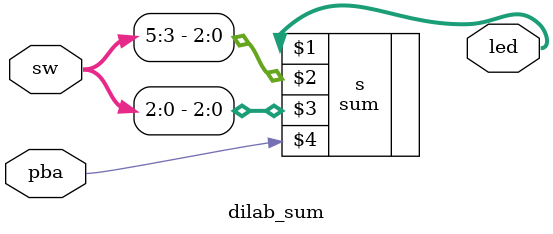
<source format=v>
`timescale 1ns/1ns
module dilab_sum(sw, pba, led);

(* altera_attribute = "-name IO_STANDARD \"3.3-V LVCMOS\"", chip_pin = "90, 91, 49, 46, 25, 24"*)
input [5:0] sw;
(* altera_attribute = "-name IO_STANDARD \"2.5V\"", chip_pin = "64"*)
input pba;
(* altera_attribute = "-name IO_STANDARD \"2.5V\"", chip_pin = "69, 70, 71, 72"*)
output [3:0] led;

sum #(3) s(led, sw[5:3], sw[2:0], pba);
	
endmodule

</source>
